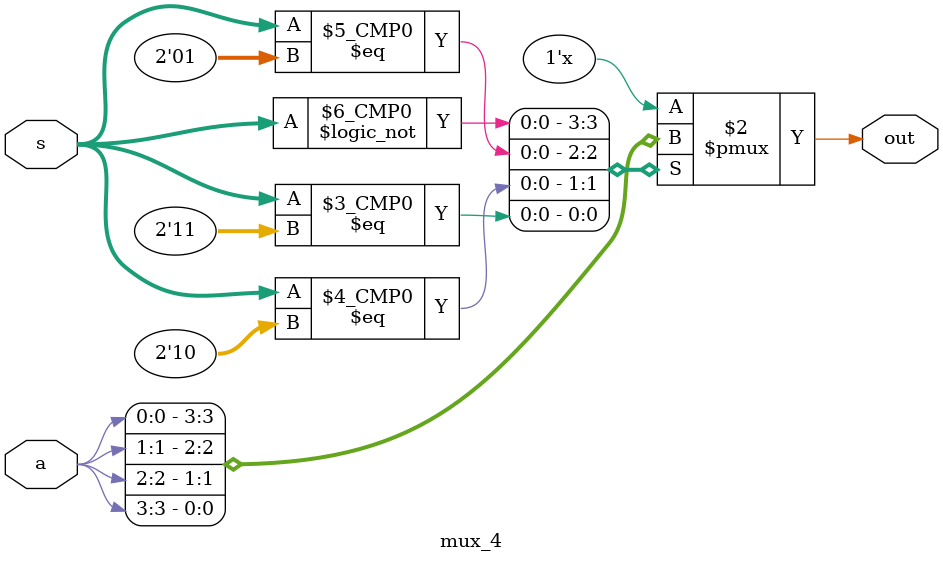
<source format=v>
module mux_4 (out,a,s);
  input [3:0]a;
  input [1:0]s;
  output reg out;
  always @ (a or s)
  begin
    case (s)
      2'b00 : out = a[0];
      2'b01 : out = a[1];
      2'b10 : out = a[2];
      2'b11 : out = a[3];
    endcase
  end
endmodule
</source>
